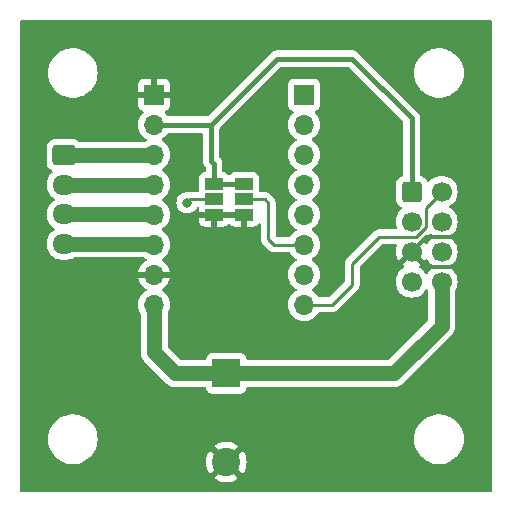
<source format=gbr>
%TF.GenerationSoftware,KiCad,Pcbnew,8.0.8*%
%TF.CreationDate,2025-02-17T18:22:25+00:00*%
%TF.ProjectId,tmc2208-adapter,746d6332-3230-4382-9d61-646170746572,rev?*%
%TF.SameCoordinates,Original*%
%TF.FileFunction,Copper,L1,Top*%
%TF.FilePolarity,Positive*%
%FSLAX46Y46*%
G04 Gerber Fmt 4.6, Leading zero omitted, Abs format (unit mm)*
G04 Created by KiCad (PCBNEW 8.0.8) date 2025-02-17 18:22:25*
%MOMM*%
%LPD*%
G01*
G04 APERTURE LIST*
G04 Aperture macros list*
%AMRoundRect*
0 Rectangle with rounded corners*
0 $1 Rounding radius*
0 $2 $3 $4 $5 $6 $7 $8 $9 X,Y pos of 4 corners*
0 Add a 4 corners polygon primitive as box body*
4,1,4,$2,$3,$4,$5,$6,$7,$8,$9,$2,$3,0*
0 Add four circle primitives for the rounded corners*
1,1,$1+$1,$2,$3*
1,1,$1+$1,$4,$5*
1,1,$1+$1,$6,$7*
1,1,$1+$1,$8,$9*
0 Add four rect primitives between the rounded corners*
20,1,$1+$1,$2,$3,$4,$5,0*
20,1,$1+$1,$4,$5,$6,$7,0*
20,1,$1+$1,$6,$7,$8,$9,0*
20,1,$1+$1,$8,$9,$2,$3,0*%
G04 Aperture macros list end*
%TA.AperFunction,SMDPad,CuDef*%
%ADD10R,1.500000X1.000000*%
%TD*%
%TA.AperFunction,ComponentPad*%
%ADD11RoundRect,0.250000X-0.725000X0.600000X-0.725000X-0.600000X0.725000X-0.600000X0.725000X0.600000X0*%
%TD*%
%TA.AperFunction,ComponentPad*%
%ADD12O,1.950000X1.700000*%
%TD*%
%TA.AperFunction,ComponentPad*%
%ADD13C,1.700000*%
%TD*%
%TA.AperFunction,ComponentPad*%
%ADD14RoundRect,0.250000X-0.600000X-0.600000X0.600000X-0.600000X0.600000X0.600000X-0.600000X0.600000X0*%
%TD*%
%TA.AperFunction,ComponentPad*%
%ADD15R,1.700000X1.700000*%
%TD*%
%TA.AperFunction,ComponentPad*%
%ADD16O,1.700000X1.700000*%
%TD*%
%TA.AperFunction,ComponentPad*%
%ADD17R,2.400000X2.400000*%
%TD*%
%TA.AperFunction,ComponentPad*%
%ADD18C,2.400000*%
%TD*%
%TA.AperFunction,ViaPad*%
%ADD19C,0.800000*%
%TD*%
%TA.AperFunction,Conductor*%
%ADD20C,0.304800*%
%TD*%
%TA.AperFunction,Conductor*%
%ADD21C,1.270000*%
%TD*%
%TA.AperFunction,Conductor*%
%ADD22C,0.254000*%
%TD*%
%TA.AperFunction,Conductor*%
%ADD23C,0.406400*%
%TD*%
G04 APERTURE END LIST*
D10*
%TO.P,JP2,1,A*%
%TO.N,+3V3*%
X211960000Y-89400000D03*
%TO.P,JP2,2,C*%
%TO.N,MS1*%
X211960000Y-90700000D03*
%TO.P,JP2,3,B*%
%TO.N,GND*%
X211960000Y-92000000D03*
%TD*%
%TO.P,JP1,1,A*%
%TO.N,+3V3*%
X214500000Y-89400000D03*
%TO.P,JP1,2,C*%
%TO.N,MS2*%
X214500000Y-90700000D03*
%TO.P,JP1,3,B*%
%TO.N,GND*%
X214500000Y-92000000D03*
%TD*%
D11*
%TO.P,J4,1,Pin_1*%
%TO.N,M2B*%
X199260000Y-86960000D03*
D12*
%TO.P,J4,2,Pin_2*%
%TO.N,M2A*%
X199260000Y-89460000D03*
%TO.P,J4,3,Pin_3*%
%TO.N,M1A*%
X199260000Y-91960000D03*
%TO.P,J4,4,Pin_4*%
%TO.N,M1B*%
X199260000Y-94460000D03*
%TD*%
D13*
%TO.P,J3,8,Pin_8*%
%TO.N,VCC*%
X231230000Y-97668000D03*
%TO.P,J3,7,Pin_7*%
%TO.N,MS1*%
X228690000Y-97668000D03*
%TO.P,J3,6,Pin_6*%
%TO.N,MS2*%
X231230000Y-95128000D03*
%TO.P,J3,5,Pin_5*%
%TO.N,GND*%
X228690000Y-95128000D03*
%TO.P,J3,4,Pin_4*%
%TO.N,STEP*%
X231230000Y-92588000D03*
%TO.P,J3,3,Pin_3*%
%TO.N,DIR*%
X228690000Y-92588000D03*
%TO.P,J3,2,Pin_2*%
%TO.N,EN*%
X231230000Y-90048000D03*
D14*
%TO.P,J3,1,Pin_1*%
%TO.N,+3V3*%
X228690000Y-90048000D03*
%TD*%
D15*
%TO.P,J2,1,Pin_1*%
%TO.N,DIR*%
X219580000Y-81840000D03*
D16*
%TO.P,J2,2,Pin_2*%
%TO.N,STEP*%
X219580000Y-84380000D03*
%TO.P,J2,3,Pin_3*%
%TO.N,CLK*%
X219580000Y-86920000D03*
%TO.P,J2,4,Pin_4*%
%TO.N,PDN*%
X219580000Y-89460000D03*
%TO.P,J2,5,Pin_5*%
%TO.N,UART*%
X219580000Y-92000000D03*
%TO.P,J2,6,Pin_6*%
%TO.N,MS2*%
X219580000Y-94540000D03*
%TO.P,J2,7,Pin_7*%
%TO.N,MS1*%
X219580000Y-97080000D03*
%TO.P,J2,8,Pin_8*%
%TO.N,EN*%
X219580000Y-99620000D03*
%TD*%
D15*
%TO.P,J1,1,Pin_1*%
%TO.N,GND*%
X206880000Y-81840000D03*
D16*
%TO.P,J1,2,Pin_2*%
%TO.N,+3V3*%
X206880000Y-84380000D03*
%TO.P,J1,3,Pin_3*%
%TO.N,M2B*%
X206880000Y-86920000D03*
%TO.P,J1,4,Pin_4*%
%TO.N,M2A*%
X206880000Y-89460000D03*
%TO.P,J1,5,Pin_5*%
%TO.N,M1A*%
X206880000Y-92000000D03*
%TO.P,J1,6,Pin_6*%
%TO.N,M1B*%
X206880000Y-94540000D03*
%TO.P,J1,7,Pin_7*%
%TO.N,GND*%
X206880000Y-97080000D03*
%TO.P,J1,8,Pin_8*%
%TO.N,VCC*%
X206880000Y-99620000D03*
%TD*%
D17*
%TO.P,C1,1*%
%TO.N,VCC*%
X213000000Y-105434785D03*
D18*
%TO.P,C1,2*%
%TO.N,GND*%
X213000000Y-112934785D03*
%TD*%
D19*
%TO.N,GND*%
X226623000Y-95193000D03*
X234000000Y-77000000D03*
X234000000Y-114000000D03*
X197000000Y-114000000D03*
X197000000Y-83000000D03*
X211000000Y-82000000D03*
X223000000Y-101000000D03*
X227000000Y-108000000D03*
X222000000Y-108000000D03*
X203000000Y-83000000D03*
X215000000Y-95000000D03*
X212000000Y-95000000D03*
X233000000Y-107000000D03*
X226000000Y-113000000D03*
X221000000Y-113000000D03*
X204000000Y-113000000D03*
X203000000Y-106000000D03*
X198000000Y-106000000D03*
X203000000Y-100000000D03*
X198000000Y-100000000D03*
X216000000Y-100000000D03*
X211000000Y-100000000D03*
X228000000Y-100000000D03*
X231000000Y-87000000D03*
X223000000Y-92000000D03*
X223000000Y-87000000D03*
X217000000Y-88000000D03*
X217000000Y-85000000D03*
X213000000Y-85000000D03*
X234000000Y-83000000D03*
X229000000Y-77000000D03*
X222000000Y-77000000D03*
X215000000Y-77000000D03*
X209000000Y-77000000D03*
X203000000Y-77000000D03*
X197000000Y-77000000D03*
%TO.N,MS1*%
X209674000Y-90984000D03*
%TD*%
D20*
%TO.N,GND*%
X232838800Y-93925600D02*
X232855600Y-93908800D01*
X229892400Y-93925600D02*
X232838800Y-93925600D01*
X228690000Y-95128000D02*
X229892400Y-93925600D01*
X232737200Y-96465600D02*
X232754000Y-96448800D01*
X230027600Y-96465600D02*
X232737200Y-96465600D01*
X228690000Y-95128000D02*
X230027600Y-96465600D01*
D21*
%TO.N,VCC*%
X213000000Y-105434785D02*
X227178215Y-105434785D01*
X227178215Y-105434785D02*
X231230000Y-101383000D01*
X231230000Y-101383000D02*
X231230000Y-97668000D01*
X206880000Y-99620000D02*
X206880000Y-103629000D01*
X206880000Y-103629000D02*
X208685785Y-105434785D01*
X208685785Y-105434785D02*
X213000000Y-105434785D01*
D22*
%TO.N,EN*%
X231230000Y-90048000D02*
X229867000Y-91411000D01*
X229867000Y-93075530D02*
X229089530Y-93853000D01*
X229089530Y-93853000D02*
X225933000Y-93853000D01*
X225933000Y-93853000D02*
X223647000Y-96139000D01*
X229867000Y-91411000D02*
X229867000Y-93075530D01*
X223647000Y-96139000D02*
X223647000Y-97917000D01*
X223647000Y-97917000D02*
X221944000Y-99620000D01*
X221944000Y-99620000D02*
X219580000Y-99620000D01*
D23*
%TO.N,+3V3*%
X223644000Y-78792000D02*
X228690000Y-83838000D01*
X228690000Y-83838000D02*
X228690000Y-90048000D01*
X211706000Y-87428000D02*
X211960000Y-87682000D01*
X211960000Y-87682000D02*
X211960000Y-89400000D01*
X211706000Y-84380000D02*
X211706000Y-87428000D01*
X214500000Y-89400000D02*
X211960000Y-89400000D01*
X206880000Y-84380000D02*
X211706000Y-84380000D01*
X211706000Y-84380000D02*
X217294000Y-78792000D01*
X217294000Y-78792000D02*
X223644000Y-78792000D01*
D22*
%TO.N,MS1*%
X211960000Y-90700000D02*
X209958000Y-90700000D01*
X209958000Y-90700000D02*
X209674000Y-90984000D01*
%TO.N,MS2*%
X216532000Y-90984000D02*
X216532000Y-94032000D01*
X214500000Y-90700000D02*
X216248000Y-90700000D01*
X216532000Y-94032000D02*
X217040000Y-94540000D01*
X216248000Y-90700000D02*
X216532000Y-90984000D01*
X217040000Y-94540000D02*
X219580000Y-94540000D01*
D21*
%TO.N,M1B*%
X199260000Y-94460000D02*
X206800000Y-94460000D01*
X206800000Y-94460000D02*
X206880000Y-94540000D01*
%TO.N,M1A*%
X199260000Y-91960000D02*
X206840000Y-91960000D01*
X206840000Y-91960000D02*
X206880000Y-92000000D01*
%TO.N,M2A*%
X199260000Y-89460000D02*
X206880000Y-89460000D01*
%TO.N,M2B*%
X199260000Y-86960000D02*
X206840000Y-86960000D01*
X206840000Y-86960000D02*
X206880000Y-86920000D01*
%TD*%
%TA.AperFunction,Conductor*%
%TO.N,GND*%
G36*
X210945339Y-85103385D02*
G01*
X210991094Y-85156189D01*
X211002300Y-85207700D01*
X211002300Y-87353556D01*
X211002299Y-87353582D01*
X211002299Y-87497308D01*
X211014329Y-87557781D01*
X211014329Y-87557784D01*
X211029341Y-87633254D01*
X211029344Y-87633266D01*
X211082386Y-87761323D01*
X211102483Y-87791401D01*
X211159400Y-87876583D01*
X211219982Y-87937165D01*
X211253466Y-87998486D01*
X211256300Y-88024845D01*
X211256300Y-88277992D01*
X211236615Y-88345031D01*
X211183811Y-88390786D01*
X211145555Y-88401282D01*
X211102516Y-88405909D01*
X210967671Y-88456202D01*
X210967664Y-88456206D01*
X210852455Y-88542452D01*
X210852452Y-88542455D01*
X210766206Y-88657664D01*
X210766202Y-88657671D01*
X210715908Y-88792517D01*
X210709501Y-88852116D01*
X210709501Y-88852123D01*
X210709500Y-88852135D01*
X210709501Y-89948500D01*
X210689816Y-90015539D01*
X210637013Y-90061294D01*
X210585501Y-90072500D01*
X210019804Y-90072500D01*
X209896197Y-90072500D01*
X209857554Y-90080185D01*
X209828589Y-90085947D01*
X209778621Y-90085620D01*
X209768646Y-90083500D01*
X209579354Y-90083500D01*
X209567842Y-90085947D01*
X209394197Y-90122855D01*
X209394192Y-90122857D01*
X209221270Y-90199848D01*
X209221265Y-90199851D01*
X209068129Y-90311111D01*
X208941466Y-90451785D01*
X208846821Y-90615715D01*
X208846818Y-90615722D01*
X208794417Y-90776998D01*
X208788326Y-90795744D01*
X208768540Y-90984000D01*
X208788326Y-91172256D01*
X208788327Y-91172259D01*
X208846818Y-91352277D01*
X208846821Y-91352284D01*
X208941467Y-91516216D01*
X209056341Y-91643796D01*
X209068129Y-91656888D01*
X209221265Y-91768148D01*
X209221270Y-91768151D01*
X209394192Y-91845142D01*
X209394197Y-91845144D01*
X209579354Y-91884500D01*
X209579355Y-91884500D01*
X209768644Y-91884500D01*
X209768646Y-91884500D01*
X209953803Y-91845144D01*
X210126730Y-91768151D01*
X210279871Y-91656888D01*
X210406533Y-91516216D01*
X210478613Y-91391368D01*
X210529179Y-91343154D01*
X210597786Y-91329930D01*
X210662651Y-91355898D01*
X210703180Y-91412812D01*
X210710000Y-91453369D01*
X210710000Y-91750000D01*
X214376000Y-91750000D01*
X214443039Y-91769685D01*
X214488794Y-91822489D01*
X214500000Y-91874000D01*
X214500000Y-92000000D01*
X214626000Y-92000000D01*
X214693039Y-92019685D01*
X214738794Y-92072489D01*
X214750000Y-92124000D01*
X214750000Y-93000000D01*
X215297828Y-93000000D01*
X215297844Y-92999999D01*
X215357372Y-92993598D01*
X215357379Y-92993596D01*
X215492086Y-92943354D01*
X215492093Y-92943350D01*
X215607186Y-92857190D01*
X215681233Y-92758278D01*
X215737167Y-92716407D01*
X215806859Y-92711423D01*
X215868182Y-92744908D01*
X215901666Y-92806232D01*
X215904500Y-92832589D01*
X215904500Y-94093807D01*
X215928612Y-94215027D01*
X215928614Y-94215035D01*
X215962062Y-94295785D01*
X215975915Y-94329229D01*
X215975920Y-94329239D01*
X216029271Y-94409083D01*
X216029272Y-94409084D01*
X216044590Y-94432010D01*
X216044591Y-94432011D01*
X216552589Y-94940008D01*
X216639992Y-95027411D01*
X216721458Y-95081845D01*
X216731968Y-95088867D01*
X216742759Y-95096078D01*
X216742761Y-95096079D01*
X216742767Y-95096083D01*
X216742773Y-95096085D01*
X216742774Y-95096086D01*
X216819822Y-95128000D01*
X216856965Y-95143385D01*
X216856969Y-95143385D01*
X216856970Y-95143386D01*
X216978193Y-95167500D01*
X216978196Y-95167500D01*
X216978197Y-95167500D01*
X218306173Y-95167500D01*
X218373212Y-95187185D01*
X218407747Y-95220375D01*
X218507896Y-95363403D01*
X218541505Y-95411401D01*
X218708597Y-95578493D01*
X218708603Y-95578498D01*
X218894158Y-95708425D01*
X218937783Y-95763002D01*
X218944977Y-95832500D01*
X218913454Y-95894855D01*
X218894158Y-95911575D01*
X218708597Y-96041505D01*
X218541505Y-96208597D01*
X218405965Y-96402169D01*
X218405964Y-96402171D01*
X218306098Y-96616335D01*
X218306094Y-96616344D01*
X218244938Y-96844586D01*
X218244936Y-96844596D01*
X218224341Y-97079999D01*
X218224341Y-97080000D01*
X218244936Y-97315403D01*
X218244938Y-97315413D01*
X218306094Y-97543655D01*
X218306096Y-97543659D01*
X218306097Y-97543663D01*
X218366295Y-97672758D01*
X218405965Y-97757830D01*
X218405967Y-97757834D01*
X218541501Y-97951395D01*
X218541506Y-97951402D01*
X218708597Y-98118493D01*
X218708603Y-98118498D01*
X218894158Y-98248425D01*
X218937783Y-98303002D01*
X218944977Y-98372500D01*
X218913454Y-98434855D01*
X218894158Y-98451575D01*
X218708597Y-98581505D01*
X218541505Y-98748597D01*
X218405965Y-98942169D01*
X218405964Y-98942171D01*
X218306098Y-99156335D01*
X218306094Y-99156344D01*
X218244938Y-99384586D01*
X218244936Y-99384596D01*
X218224341Y-99619999D01*
X218224341Y-99620000D01*
X218244936Y-99855403D01*
X218244938Y-99855413D01*
X218306094Y-100083655D01*
X218306096Y-100083659D01*
X218306097Y-100083663D01*
X218349194Y-100176084D01*
X218405965Y-100297830D01*
X218405967Y-100297834D01*
X218514281Y-100452521D01*
X218541505Y-100491401D01*
X218708599Y-100658495D01*
X218805384Y-100726265D01*
X218902165Y-100794032D01*
X218902167Y-100794033D01*
X218902170Y-100794035D01*
X219116337Y-100893903D01*
X219344592Y-100955063D01*
X219532918Y-100971539D01*
X219579999Y-100975659D01*
X219580000Y-100975659D01*
X219580001Y-100975659D01*
X219619234Y-100972226D01*
X219815408Y-100955063D01*
X220043663Y-100893903D01*
X220257830Y-100794035D01*
X220451401Y-100658495D01*
X220618495Y-100491401D01*
X220752252Y-100300375D01*
X220806829Y-100256752D01*
X220853827Y-100247500D01*
X222005804Y-100247500D01*
X222005805Y-100247499D01*
X222127035Y-100223386D01*
X222207784Y-100189937D01*
X222241233Y-100176083D01*
X222344008Y-100107411D01*
X222431411Y-100020008D01*
X224134411Y-98317008D01*
X224176488Y-98254035D01*
X224203083Y-98214233D01*
X224222676Y-98166930D01*
X224250386Y-98100034D01*
X224274500Y-97978803D01*
X224274500Y-97855197D01*
X224274500Y-96450281D01*
X224294185Y-96383242D01*
X224310819Y-96362600D01*
X226156600Y-94516819D01*
X226217923Y-94483334D01*
X226244281Y-94480500D01*
X227307733Y-94480500D01*
X227374772Y-94500185D01*
X227420527Y-94552989D01*
X227430471Y-94622147D01*
X227420115Y-94656905D01*
X227416570Y-94664507D01*
X227416566Y-94664516D01*
X227355432Y-94892673D01*
X227355430Y-94892684D01*
X227334843Y-95127998D01*
X227334843Y-95128000D01*
X227355430Y-95363315D01*
X227355432Y-95363326D01*
X227416566Y-95591483D01*
X227416570Y-95591492D01*
X227516398Y-95805576D01*
X227575073Y-95889372D01*
X228207037Y-95257408D01*
X228224075Y-95320993D01*
X228289901Y-95435007D01*
X228382993Y-95528099D01*
X228497007Y-95593925D01*
X228560591Y-95610962D01*
X227928627Y-96242925D01*
X228004595Y-96296119D01*
X228048219Y-96350696D01*
X228055412Y-96420195D01*
X228023890Y-96482549D01*
X228004595Y-96499269D01*
X227818594Y-96629508D01*
X227651505Y-96796597D01*
X227515965Y-96990169D01*
X227515964Y-96990171D01*
X227416098Y-97204335D01*
X227416094Y-97204344D01*
X227354938Y-97432586D01*
X227354936Y-97432596D01*
X227334341Y-97667999D01*
X227334341Y-97668000D01*
X227354936Y-97903403D01*
X227354938Y-97903413D01*
X227416094Y-98131655D01*
X227416096Y-98131659D01*
X227416097Y-98131663D01*
X227470544Y-98248425D01*
X227515965Y-98345830D01*
X227515967Y-98345834D01*
X227624281Y-98500521D01*
X227651505Y-98539401D01*
X227818599Y-98706495D01*
X227878727Y-98748597D01*
X228012165Y-98842032D01*
X228012167Y-98842033D01*
X228012170Y-98842035D01*
X228226337Y-98941903D01*
X228226343Y-98941904D01*
X228226344Y-98941905D01*
X228227337Y-98942171D01*
X228454592Y-99003063D01*
X228642918Y-99019539D01*
X228689999Y-99023659D01*
X228690000Y-99023659D01*
X228690001Y-99023659D01*
X228729234Y-99020226D01*
X228925408Y-99003063D01*
X229153663Y-98941903D01*
X229367830Y-98842035D01*
X229561401Y-98706495D01*
X229728495Y-98539401D01*
X229858425Y-98353842D01*
X229913002Y-98310217D01*
X229982500Y-98303023D01*
X230044855Y-98334546D01*
X230061572Y-98353838D01*
X230072074Y-98368836D01*
X230094402Y-98435040D01*
X230094500Y-98439960D01*
X230094500Y-100861298D01*
X230074815Y-100928337D01*
X230058181Y-100948979D01*
X226744195Y-104262966D01*
X226682872Y-104296451D01*
X226656514Y-104299285D01*
X214823964Y-104299285D01*
X214756925Y-104279600D01*
X214711170Y-104226796D01*
X214700674Y-104188539D01*
X214699420Y-104176875D01*
X214694091Y-104127302D01*
X214643796Y-103992454D01*
X214643793Y-103992449D01*
X214557547Y-103877240D01*
X214557544Y-103877237D01*
X214442335Y-103790991D01*
X214442328Y-103790987D01*
X214307482Y-103740693D01*
X214307483Y-103740693D01*
X214247883Y-103734286D01*
X214247881Y-103734285D01*
X214247873Y-103734285D01*
X214247864Y-103734285D01*
X211752129Y-103734285D01*
X211752123Y-103734286D01*
X211692516Y-103740693D01*
X211557671Y-103790987D01*
X211557664Y-103790991D01*
X211442455Y-103877237D01*
X211442452Y-103877240D01*
X211356206Y-103992449D01*
X211356204Y-103992454D01*
X211329191Y-104064881D01*
X211305909Y-104127302D01*
X211299500Y-104186912D01*
X211299500Y-104186921D01*
X211299326Y-104188540D01*
X211272588Y-104253091D01*
X211215195Y-104292939D01*
X211176036Y-104299285D01*
X209207486Y-104299285D01*
X209140447Y-104279600D01*
X209119805Y-104262966D01*
X208051819Y-103194980D01*
X208018334Y-103133657D01*
X208015500Y-103107299D01*
X208015500Y-100391960D01*
X208035185Y-100324921D01*
X208037914Y-100320852D01*
X208054035Y-100297830D01*
X208153903Y-100083663D01*
X208215063Y-99855408D01*
X208235659Y-99620000D01*
X208215063Y-99384592D01*
X208153903Y-99156337D01*
X208054035Y-98942171D01*
X208053848Y-98941903D01*
X207918494Y-98748597D01*
X207751402Y-98581506D01*
X207751401Y-98581505D01*
X207565405Y-98451269D01*
X207521781Y-98396692D01*
X207514588Y-98327193D01*
X207546110Y-98264839D01*
X207565405Y-98248119D01*
X207751082Y-98118105D01*
X207918105Y-97951082D01*
X208053600Y-97757578D01*
X208153429Y-97543492D01*
X208153432Y-97543486D01*
X208210636Y-97330000D01*
X207313012Y-97330000D01*
X207345925Y-97272993D01*
X207380000Y-97145826D01*
X207380000Y-97014174D01*
X207345925Y-96887007D01*
X207313012Y-96830000D01*
X208210636Y-96830000D01*
X208210635Y-96829999D01*
X208153432Y-96616513D01*
X208153429Y-96616507D01*
X208053600Y-96402422D01*
X208053599Y-96402420D01*
X207918113Y-96208926D01*
X207918108Y-96208920D01*
X207751078Y-96041890D01*
X207565405Y-95911879D01*
X207521780Y-95857302D01*
X207514588Y-95787804D01*
X207546110Y-95725449D01*
X207565406Y-95708730D01*
X207565842Y-95708425D01*
X207751401Y-95578495D01*
X207918495Y-95411401D01*
X208054035Y-95217830D01*
X208153903Y-95003663D01*
X208215063Y-94775408D01*
X208235659Y-94540000D01*
X208215063Y-94304592D01*
X208153903Y-94076337D01*
X208054035Y-93862171D01*
X208051115Y-93858000D01*
X207918494Y-93668597D01*
X207751402Y-93501506D01*
X207751396Y-93501501D01*
X207565842Y-93371575D01*
X207522217Y-93316998D01*
X207515023Y-93247500D01*
X207546546Y-93185145D01*
X207565842Y-93168425D01*
X207588026Y-93152891D01*
X207751401Y-93038495D01*
X207918495Y-92871401D01*
X208054035Y-92677830D01*
X208114649Y-92547844D01*
X210710000Y-92547844D01*
X210716401Y-92607372D01*
X210716403Y-92607379D01*
X210766645Y-92742086D01*
X210766649Y-92742093D01*
X210852809Y-92857187D01*
X210852812Y-92857190D01*
X210967906Y-92943350D01*
X210967913Y-92943354D01*
X211102620Y-92993596D01*
X211102627Y-92993598D01*
X211162155Y-92999999D01*
X211162172Y-93000000D01*
X211710000Y-93000000D01*
X212210000Y-93000000D01*
X212757828Y-93000000D01*
X212757844Y-92999999D01*
X212817372Y-92993598D01*
X212817379Y-92993596D01*
X212952086Y-92943354D01*
X212952093Y-92943350D01*
X213067187Y-92857190D01*
X213067190Y-92857187D01*
X213130734Y-92772305D01*
X213186668Y-92730434D01*
X213256359Y-92725450D01*
X213317682Y-92758936D01*
X213329266Y-92772305D01*
X213392809Y-92857187D01*
X213392812Y-92857190D01*
X213507906Y-92943350D01*
X213507913Y-92943354D01*
X213642620Y-92993596D01*
X213642627Y-92993598D01*
X213702155Y-92999999D01*
X213702172Y-93000000D01*
X214250000Y-93000000D01*
X214250000Y-92250000D01*
X212210000Y-92250000D01*
X212210000Y-93000000D01*
X211710000Y-93000000D01*
X211710000Y-92250000D01*
X210710000Y-92250000D01*
X210710000Y-92547844D01*
X208114649Y-92547844D01*
X208153903Y-92463663D01*
X208215063Y-92235408D01*
X208235659Y-92000000D01*
X208215063Y-91764592D01*
X208153903Y-91536337D01*
X208054035Y-91322171D01*
X208051115Y-91318000D01*
X207918494Y-91128597D01*
X207751402Y-90961506D01*
X207751396Y-90961501D01*
X207565842Y-90831575D01*
X207522217Y-90776998D01*
X207515023Y-90707500D01*
X207546546Y-90645145D01*
X207565842Y-90628425D01*
X207629299Y-90583992D01*
X207751401Y-90498495D01*
X207918495Y-90331401D01*
X208054035Y-90137830D01*
X208153903Y-89923663D01*
X208215063Y-89695408D01*
X208235659Y-89460000D01*
X208215063Y-89224592D01*
X208153903Y-88996337D01*
X208054035Y-88782171D01*
X208048383Y-88774098D01*
X207918494Y-88588597D01*
X207751402Y-88421506D01*
X207751396Y-88421501D01*
X207565842Y-88291575D01*
X207522217Y-88236998D01*
X207515023Y-88167500D01*
X207546546Y-88105145D01*
X207565842Y-88088425D01*
X207694288Y-87998486D01*
X207751401Y-87958495D01*
X207918495Y-87791401D01*
X208054035Y-87597830D01*
X208153903Y-87383663D01*
X208215063Y-87155408D01*
X208235659Y-86920000D01*
X208215063Y-86684592D01*
X208153903Y-86456337D01*
X208054035Y-86242171D01*
X208029551Y-86207203D01*
X207918494Y-86048597D01*
X207751402Y-85881506D01*
X207751396Y-85881501D01*
X207565842Y-85751575D01*
X207522217Y-85696998D01*
X207515023Y-85627500D01*
X207546546Y-85565145D01*
X207565842Y-85548425D01*
X207588026Y-85532891D01*
X207751401Y-85418495D01*
X207918495Y-85251401D01*
X207978944Y-85165070D01*
X207998897Y-85136576D01*
X208053474Y-85092951D01*
X208100471Y-85083700D01*
X210878300Y-85083700D01*
X210945339Y-85103385D01*
G37*
%TD.AperFunction*%
%TA.AperFunction,Conductor*%
G36*
X223368195Y-79515385D02*
G01*
X223388837Y-79532019D01*
X227949981Y-84093163D01*
X227983466Y-84154486D01*
X227986300Y-84180844D01*
X227986300Y-88602191D01*
X227966615Y-88669230D01*
X227913811Y-88714985D01*
X227901307Y-88719895D01*
X227848722Y-88737320D01*
X227770668Y-88763185D01*
X227770663Y-88763187D01*
X227621342Y-88855289D01*
X227497289Y-88979342D01*
X227405187Y-89128663D01*
X227405185Y-89128668D01*
X227388701Y-89178414D01*
X227350001Y-89295203D01*
X227350001Y-89295204D01*
X227350000Y-89295204D01*
X227339500Y-89397983D01*
X227339500Y-90698001D01*
X227339501Y-90698018D01*
X227350000Y-90800796D01*
X227350001Y-90800799D01*
X227405185Y-90967331D01*
X227405187Y-90967336D01*
X227440069Y-91023888D01*
X227497288Y-91116656D01*
X227621344Y-91240712D01*
X227770666Y-91332814D01*
X227779264Y-91335663D01*
X227836707Y-91375433D01*
X227863531Y-91439948D01*
X227851217Y-91508724D01*
X227822234Y-91545483D01*
X227822427Y-91545676D01*
X227820798Y-91547304D01*
X227819975Y-91548349D01*
X227818599Y-91549503D01*
X227651505Y-91716597D01*
X227515965Y-91910169D01*
X227515964Y-91910171D01*
X227416098Y-92124335D01*
X227416094Y-92124344D01*
X227354938Y-92352586D01*
X227354936Y-92352596D01*
X227334341Y-92587999D01*
X227334341Y-92588000D01*
X227354936Y-92823403D01*
X227354938Y-92823413D01*
X227416094Y-93051655D01*
X227417947Y-93056744D01*
X227416158Y-93057395D01*
X227425394Y-93118160D01*
X227396881Y-93181947D01*
X227338408Y-93220192D01*
X227302518Y-93225500D01*
X225871195Y-93225500D01*
X225749970Y-93249613D01*
X225749960Y-93249616D01*
X225635773Y-93296913D01*
X225635761Y-93296920D01*
X225552641Y-93352460D01*
X225552640Y-93352461D01*
X225532989Y-93365590D01*
X225532988Y-93365591D01*
X223816737Y-95081844D01*
X223246992Y-95651589D01*
X223203289Y-95695292D01*
X223159586Y-95738994D01*
X223159585Y-95738996D01*
X223090233Y-95842789D01*
X223088586Y-95847393D01*
X223043614Y-95955964D01*
X223043612Y-95955972D01*
X223019500Y-96077192D01*
X223019500Y-97605719D01*
X222999815Y-97672758D01*
X222983181Y-97693400D01*
X221720400Y-98956181D01*
X221659077Y-98989666D01*
X221632719Y-98992500D01*
X220853826Y-98992500D01*
X220786787Y-98972815D01*
X220752251Y-98939623D01*
X220618494Y-98748597D01*
X220451402Y-98581506D01*
X220451396Y-98581501D01*
X220265842Y-98451575D01*
X220222217Y-98396998D01*
X220215023Y-98327500D01*
X220246546Y-98265145D01*
X220265842Y-98248425D01*
X220314673Y-98214233D01*
X220451401Y-98118495D01*
X220618495Y-97951401D01*
X220754035Y-97757830D01*
X220853903Y-97543663D01*
X220915063Y-97315408D01*
X220935659Y-97080000D01*
X220915063Y-96844592D01*
X220853903Y-96616337D01*
X220754035Y-96402171D01*
X220751115Y-96398000D01*
X220618494Y-96208597D01*
X220451402Y-96041506D01*
X220451396Y-96041501D01*
X220265842Y-95911575D01*
X220222217Y-95856998D01*
X220215023Y-95787500D01*
X220246546Y-95725145D01*
X220265842Y-95708425D01*
X220288026Y-95692891D01*
X220451401Y-95578495D01*
X220618495Y-95411401D01*
X220754035Y-95217830D01*
X220853903Y-95003663D01*
X220915063Y-94775408D01*
X220935659Y-94540000D01*
X220915063Y-94304592D01*
X220853903Y-94076337D01*
X220754035Y-93862171D01*
X220751115Y-93858000D01*
X220618494Y-93668597D01*
X220451402Y-93501506D01*
X220451396Y-93501501D01*
X220265842Y-93371575D01*
X220222217Y-93316998D01*
X220215023Y-93247500D01*
X220246546Y-93185145D01*
X220265842Y-93168425D01*
X220288026Y-93152891D01*
X220451401Y-93038495D01*
X220618495Y-92871401D01*
X220754035Y-92677830D01*
X220853903Y-92463663D01*
X220915063Y-92235408D01*
X220935659Y-92000000D01*
X220915063Y-91764592D01*
X220853903Y-91536337D01*
X220754035Y-91322171D01*
X220751115Y-91318000D01*
X220618494Y-91128597D01*
X220451402Y-90961506D01*
X220451396Y-90961501D01*
X220265842Y-90831575D01*
X220222217Y-90776998D01*
X220215023Y-90707500D01*
X220246546Y-90645145D01*
X220265842Y-90628425D01*
X220329299Y-90583992D01*
X220451401Y-90498495D01*
X220618495Y-90331401D01*
X220754035Y-90137830D01*
X220853903Y-89923663D01*
X220915063Y-89695408D01*
X220935659Y-89460000D01*
X220915063Y-89224592D01*
X220853903Y-88996337D01*
X220754035Y-88782171D01*
X220748383Y-88774098D01*
X220618494Y-88588597D01*
X220451402Y-88421506D01*
X220451396Y-88421501D01*
X220265842Y-88291575D01*
X220222217Y-88236998D01*
X220215023Y-88167500D01*
X220246546Y-88105145D01*
X220265842Y-88088425D01*
X220394288Y-87998486D01*
X220451401Y-87958495D01*
X220618495Y-87791401D01*
X220754035Y-87597830D01*
X220853903Y-87383663D01*
X220915063Y-87155408D01*
X220935659Y-86920000D01*
X220915063Y-86684592D01*
X220853903Y-86456337D01*
X220754035Y-86242171D01*
X220729551Y-86207203D01*
X220618494Y-86048597D01*
X220451402Y-85881506D01*
X220451396Y-85881501D01*
X220265842Y-85751575D01*
X220222217Y-85696998D01*
X220215023Y-85627500D01*
X220246546Y-85565145D01*
X220265842Y-85548425D01*
X220288026Y-85532891D01*
X220451401Y-85418495D01*
X220618495Y-85251401D01*
X220754035Y-85057830D01*
X220853903Y-84843663D01*
X220915063Y-84615408D01*
X220935659Y-84380000D01*
X220915063Y-84144592D01*
X220853903Y-83916337D01*
X220754035Y-83702171D01*
X220722136Y-83656615D01*
X220618496Y-83508600D01*
X220614569Y-83504673D01*
X220496567Y-83386671D01*
X220463084Y-83325351D01*
X220468068Y-83255659D01*
X220509939Y-83199725D01*
X220540915Y-83182810D01*
X220672331Y-83133796D01*
X220787546Y-83047546D01*
X220873796Y-82932331D01*
X220924091Y-82797483D01*
X220930500Y-82737873D01*
X220930499Y-80942128D01*
X220924091Y-80882517D01*
X220873884Y-80747906D01*
X220873797Y-80747671D01*
X220873793Y-80747664D01*
X220787547Y-80632455D01*
X220787544Y-80632452D01*
X220672335Y-80546206D01*
X220672328Y-80546202D01*
X220537482Y-80495908D01*
X220537483Y-80495908D01*
X220477883Y-80489501D01*
X220477881Y-80489500D01*
X220477873Y-80489500D01*
X220477864Y-80489500D01*
X218682129Y-80489500D01*
X218682123Y-80489501D01*
X218622516Y-80495908D01*
X218487671Y-80546202D01*
X218487664Y-80546206D01*
X218372455Y-80632452D01*
X218372452Y-80632455D01*
X218286206Y-80747664D01*
X218286202Y-80747671D01*
X218235908Y-80882517D01*
X218229501Y-80942116D01*
X218229501Y-80942123D01*
X218229500Y-80942135D01*
X218229500Y-82737870D01*
X218229501Y-82737876D01*
X218235908Y-82797483D01*
X218286202Y-82932328D01*
X218286206Y-82932335D01*
X218372452Y-83047544D01*
X218372455Y-83047547D01*
X218487664Y-83133793D01*
X218487671Y-83133797D01*
X218619081Y-83182810D01*
X218675015Y-83224681D01*
X218699432Y-83290145D01*
X218684580Y-83358418D01*
X218663430Y-83386673D01*
X218541503Y-83508600D01*
X218405965Y-83702169D01*
X218405964Y-83702171D01*
X218306098Y-83916335D01*
X218306094Y-83916344D01*
X218244938Y-84144586D01*
X218244936Y-84144596D01*
X218224341Y-84379999D01*
X218224341Y-84380000D01*
X218244936Y-84615403D01*
X218244938Y-84615413D01*
X218306094Y-84843655D01*
X218306096Y-84843659D01*
X218306097Y-84843663D01*
X218405965Y-85057830D01*
X218405967Y-85057834D01*
X218541501Y-85251395D01*
X218541506Y-85251402D01*
X218708597Y-85418493D01*
X218708603Y-85418498D01*
X218894158Y-85548425D01*
X218937783Y-85603002D01*
X218944977Y-85672500D01*
X218913454Y-85734855D01*
X218894158Y-85751575D01*
X218708597Y-85881505D01*
X218541505Y-86048597D01*
X218405965Y-86242169D01*
X218405964Y-86242171D01*
X218306098Y-86456335D01*
X218306094Y-86456344D01*
X218244938Y-86684586D01*
X218244936Y-86684596D01*
X218224341Y-86919999D01*
X218224341Y-86920000D01*
X218244936Y-87155403D01*
X218244938Y-87155413D01*
X218306094Y-87383655D01*
X218306096Y-87383659D01*
X218306097Y-87383663D01*
X218349499Y-87476738D01*
X218405965Y-87597830D01*
X218405967Y-87597834D01*
X218541501Y-87791395D01*
X218541506Y-87791402D01*
X218708597Y-87958493D01*
X218708603Y-87958498D01*
X218894158Y-88088425D01*
X218937783Y-88143002D01*
X218944977Y-88212500D01*
X218913454Y-88274855D01*
X218894158Y-88291575D01*
X218708597Y-88421505D01*
X218541505Y-88588597D01*
X218405965Y-88782169D01*
X218405964Y-88782171D01*
X218306098Y-88996335D01*
X218306094Y-88996344D01*
X218244938Y-89224586D01*
X218244936Y-89224596D01*
X218224341Y-89459999D01*
X218224341Y-89460000D01*
X218244936Y-89695403D01*
X218244938Y-89695413D01*
X218306094Y-89923655D01*
X218306096Y-89923659D01*
X218306097Y-89923663D01*
X218398983Y-90122857D01*
X218405965Y-90137830D01*
X218405967Y-90137834D01*
X218458313Y-90212591D01*
X218527298Y-90311112D01*
X218541501Y-90331395D01*
X218541506Y-90331402D01*
X218708597Y-90498493D01*
X218708603Y-90498498D01*
X218894158Y-90628425D01*
X218937783Y-90683002D01*
X218944977Y-90752500D01*
X218913454Y-90814855D01*
X218894158Y-90831575D01*
X218708597Y-90961505D01*
X218541505Y-91128597D01*
X218405965Y-91322169D01*
X218405964Y-91322171D01*
X218306098Y-91536335D01*
X218306094Y-91536344D01*
X218244938Y-91764586D01*
X218244936Y-91764596D01*
X218224341Y-91999999D01*
X218224341Y-92000000D01*
X218244936Y-92235403D01*
X218244938Y-92235413D01*
X218306094Y-92463655D01*
X218306096Y-92463659D01*
X218306097Y-92463663D01*
X218373110Y-92607372D01*
X218405965Y-92677830D01*
X218405967Y-92677834D01*
X218541501Y-92871395D01*
X218541506Y-92871402D01*
X218708597Y-93038493D01*
X218708603Y-93038498D01*
X218894158Y-93168425D01*
X218937783Y-93223002D01*
X218944977Y-93292500D01*
X218913454Y-93354855D01*
X218894158Y-93371575D01*
X218708597Y-93501505D01*
X218541505Y-93668597D01*
X218407749Y-93859623D01*
X218353172Y-93903248D01*
X218306174Y-93912500D01*
X217351281Y-93912500D01*
X217284242Y-93892815D01*
X217263600Y-93876181D01*
X217195819Y-93808400D01*
X217162334Y-93747077D01*
X217159500Y-93720719D01*
X217159500Y-90922195D01*
X217154146Y-90895285D01*
X217146117Y-90854917D01*
X217135386Y-90800966D01*
X217107906Y-90734625D01*
X217097061Y-90708442D01*
X217097060Y-90708440D01*
X217088083Y-90686768D01*
X217088083Y-90686767D01*
X217049100Y-90628425D01*
X217019414Y-90583996D01*
X217019413Y-90583994D01*
X217019411Y-90583992D01*
X216932008Y-90496589D01*
X216887203Y-90451784D01*
X216648011Y-90212591D01*
X216648006Y-90212587D01*
X216603336Y-90182740D01*
X216581000Y-90167816D01*
X216545233Y-90143917D01*
X216545232Y-90143916D01*
X216545230Y-90143915D01*
X216545228Y-90143914D01*
X216494388Y-90122856D01*
X216431035Y-90096614D01*
X216431027Y-90096612D01*
X216309807Y-90072500D01*
X216309803Y-90072500D01*
X215874500Y-90072500D01*
X215807461Y-90052815D01*
X215761706Y-90000011D01*
X215750500Y-89948500D01*
X215750499Y-88852129D01*
X215750498Y-88852123D01*
X215750497Y-88852116D01*
X215744091Y-88792517D01*
X215740232Y-88782171D01*
X215693797Y-88657671D01*
X215693793Y-88657664D01*
X215607547Y-88542455D01*
X215607544Y-88542452D01*
X215492335Y-88456206D01*
X215492328Y-88456202D01*
X215357482Y-88405908D01*
X215357483Y-88405908D01*
X215297883Y-88399501D01*
X215297881Y-88399500D01*
X215297873Y-88399500D01*
X215297864Y-88399500D01*
X213702129Y-88399500D01*
X213702123Y-88399501D01*
X213642516Y-88405908D01*
X213507671Y-88456202D01*
X213507664Y-88456206D01*
X213392455Y-88542452D01*
X213392452Y-88542455D01*
X213329266Y-88626861D01*
X213273332Y-88668732D01*
X213203641Y-88673716D01*
X213142318Y-88640230D01*
X213130734Y-88626861D01*
X213067547Y-88542455D01*
X213067544Y-88542452D01*
X212952335Y-88456206D01*
X212952328Y-88456202D01*
X212817483Y-88405908D01*
X212774443Y-88401281D01*
X212709893Y-88374542D01*
X212670045Y-88317150D01*
X212663700Y-88277992D01*
X212663700Y-87612696D01*
X212663699Y-87612688D01*
X212663165Y-87610003D01*
X212663164Y-87610001D01*
X212636657Y-87476738D01*
X212598105Y-87383664D01*
X212583613Y-87348676D01*
X212506598Y-87233414D01*
X212446019Y-87172835D01*
X212412534Y-87111512D01*
X212409700Y-87085154D01*
X212409700Y-84722844D01*
X212429385Y-84655805D01*
X212446019Y-84635163D01*
X217549163Y-79532019D01*
X217610486Y-79498534D01*
X217636844Y-79495700D01*
X223301156Y-79495700D01*
X223368195Y-79515385D01*
G37*
%TD.AperFunction*%
%TA.AperFunction,Conductor*%
G36*
X229804925Y-95889371D02*
G01*
X229858120Y-95813404D01*
X229912697Y-95769780D01*
X229982196Y-95762588D01*
X230044550Y-95794111D01*
X230061268Y-95813404D01*
X230191505Y-95999401D01*
X230191506Y-95999402D01*
X230358597Y-96166493D01*
X230358603Y-96166498D01*
X230544158Y-96296425D01*
X230587783Y-96351002D01*
X230594977Y-96420500D01*
X230563454Y-96482855D01*
X230544158Y-96499575D01*
X230358597Y-96629505D01*
X230191505Y-96796597D01*
X230061575Y-96982158D01*
X230006998Y-97025783D01*
X229937500Y-97032977D01*
X229875145Y-97001454D01*
X229858425Y-96982158D01*
X229728494Y-96796597D01*
X229561402Y-96629506D01*
X229561401Y-96629505D01*
X229375405Y-96499269D01*
X229331781Y-96444692D01*
X229324588Y-96375193D01*
X229356110Y-96312839D01*
X229375404Y-96296120D01*
X229451371Y-96242925D01*
X228819408Y-95610962D01*
X228882993Y-95593925D01*
X228997007Y-95528099D01*
X229090099Y-95435007D01*
X229155925Y-95320993D01*
X229172962Y-95257408D01*
X229804925Y-95889371D01*
G37*
%TD.AperFunction*%
%TA.AperFunction,Conductor*%
G36*
X230324909Y-93607552D02*
G01*
X230353559Y-93624252D01*
X230354164Y-93623390D01*
X230544158Y-93756425D01*
X230587783Y-93811002D01*
X230594977Y-93880500D01*
X230563454Y-93942855D01*
X230544158Y-93959575D01*
X230358597Y-94089505D01*
X230191508Y-94256594D01*
X230061269Y-94442595D01*
X230006692Y-94486219D01*
X229937193Y-94493412D01*
X229874839Y-94461890D01*
X229858119Y-94442594D01*
X229725005Y-94252487D01*
X229726726Y-94251281D01*
X229702373Y-94195607D01*
X229713424Y-94126617D01*
X229737692Y-94092256D01*
X230193896Y-93636051D01*
X230255217Y-93602568D01*
X230324909Y-93607552D01*
G37*
%TD.AperFunction*%
%TA.AperFunction,Conductor*%
G36*
X235442539Y-75520185D02*
G01*
X235488294Y-75572989D01*
X235499500Y-75624500D01*
X235499500Y-115375500D01*
X235479815Y-115442539D01*
X235427011Y-115488294D01*
X235375500Y-115499500D01*
X195624500Y-115499500D01*
X195557461Y-115479815D01*
X195511706Y-115427011D01*
X195500500Y-115375500D01*
X195500500Y-111000000D01*
X197894592Y-111000000D01*
X197914201Y-111286680D01*
X197972666Y-111568034D01*
X197972667Y-111568037D01*
X198068894Y-111838793D01*
X198068893Y-111838793D01*
X198201098Y-112093935D01*
X198366812Y-112328700D01*
X198451923Y-112419831D01*
X198562947Y-112538708D01*
X198785853Y-112720055D01*
X199009065Y-112855794D01*
X199031382Y-112869365D01*
X199218237Y-112950526D01*
X199294942Y-112983844D01*
X199571642Y-113061371D01*
X199821920Y-113095771D01*
X199856321Y-113100500D01*
X199856322Y-113100500D01*
X200143679Y-113100500D01*
X200174370Y-113096281D01*
X200428358Y-113061371D01*
X200705058Y-112983844D01*
X200818013Y-112934780D01*
X211295233Y-112934780D01*
X211295233Y-112934789D01*
X211314273Y-113188864D01*
X211370968Y-113437262D01*
X211370973Y-113437279D01*
X211464058Y-113674456D01*
X211464057Y-113674456D01*
X211591457Y-113895117D01*
X211633452Y-113947778D01*
X212435387Y-113145843D01*
X212440889Y-113166376D01*
X212519881Y-113303193D01*
X212631592Y-113414904D01*
X212768409Y-113493896D01*
X212788940Y-113499397D01*
X211986813Y-114301522D01*
X212147623Y-114411160D01*
X212147624Y-114411161D01*
X212377176Y-114521706D01*
X212377174Y-114521706D01*
X212620652Y-114596809D01*
X212620658Y-114596811D01*
X212872595Y-114634784D01*
X212872604Y-114634785D01*
X213127396Y-114634785D01*
X213127404Y-114634784D01*
X213379341Y-114596811D01*
X213379347Y-114596809D01*
X213622824Y-114521706D01*
X213852381Y-114411158D01*
X214013185Y-114301522D01*
X213211059Y-113499397D01*
X213231591Y-113493896D01*
X213368408Y-113414904D01*
X213480119Y-113303193D01*
X213559111Y-113166376D01*
X213564612Y-113145845D01*
X214366545Y-113947778D01*
X214408545Y-113895112D01*
X214535941Y-113674456D01*
X214629026Y-113437279D01*
X214629031Y-113437262D01*
X214685726Y-113188864D01*
X214704767Y-112934789D01*
X214704767Y-112934780D01*
X214685726Y-112680705D01*
X214629031Y-112432307D01*
X214629026Y-112432290D01*
X214535941Y-112195113D01*
X214535942Y-112195113D01*
X214408544Y-111974456D01*
X214366545Y-111921790D01*
X213564612Y-112723724D01*
X213559111Y-112703194D01*
X213480119Y-112566377D01*
X213368408Y-112454666D01*
X213231591Y-112375674D01*
X213211058Y-112370172D01*
X214013185Y-111568046D01*
X213852377Y-111458409D01*
X213852376Y-111458408D01*
X213622823Y-111347863D01*
X213622825Y-111347863D01*
X213379347Y-111272760D01*
X213379341Y-111272758D01*
X213127404Y-111234785D01*
X212872595Y-111234785D01*
X212620658Y-111272758D01*
X212620652Y-111272760D01*
X212377175Y-111347863D01*
X212147624Y-111458408D01*
X212147616Y-111458413D01*
X211986813Y-111568046D01*
X212788940Y-112370172D01*
X212768409Y-112375674D01*
X212631592Y-112454666D01*
X212519881Y-112566377D01*
X212440889Y-112703194D01*
X212435387Y-112723725D01*
X211633453Y-111921791D01*
X211591455Y-111974455D01*
X211464058Y-112195113D01*
X211370973Y-112432290D01*
X211370968Y-112432307D01*
X211314273Y-112680705D01*
X211295233Y-112934780D01*
X200818013Y-112934780D01*
X200818015Y-112934779D01*
X200968617Y-112869365D01*
X200968620Y-112869363D01*
X200968625Y-112869361D01*
X201214147Y-112720055D01*
X201437053Y-112538708D01*
X201633189Y-112328698D01*
X201798901Y-112093936D01*
X201931104Y-111838797D01*
X202027334Y-111568032D01*
X202085798Y-111286686D01*
X202105408Y-111000000D01*
X228894592Y-111000000D01*
X228914201Y-111286680D01*
X228972666Y-111568034D01*
X228972667Y-111568037D01*
X229068894Y-111838793D01*
X229068893Y-111838793D01*
X229201098Y-112093935D01*
X229366812Y-112328700D01*
X229451923Y-112419831D01*
X229562947Y-112538708D01*
X229785853Y-112720055D01*
X230009065Y-112855794D01*
X230031382Y-112869365D01*
X230218237Y-112950526D01*
X230294942Y-112983844D01*
X230571642Y-113061371D01*
X230821920Y-113095771D01*
X230856321Y-113100500D01*
X230856322Y-113100500D01*
X231143679Y-113100500D01*
X231174370Y-113096281D01*
X231428358Y-113061371D01*
X231705058Y-112983844D01*
X231818015Y-112934779D01*
X231968617Y-112869365D01*
X231968620Y-112869363D01*
X231968625Y-112869361D01*
X232214147Y-112720055D01*
X232437053Y-112538708D01*
X232633189Y-112328698D01*
X232798901Y-112093936D01*
X232931104Y-111838797D01*
X233027334Y-111568032D01*
X233085798Y-111286686D01*
X233105408Y-111000000D01*
X233085798Y-110713314D01*
X233027334Y-110431968D01*
X232931105Y-110161206D01*
X232931106Y-110161206D01*
X232798901Y-109906064D01*
X232633187Y-109671299D01*
X232554554Y-109587105D01*
X232437053Y-109461292D01*
X232214147Y-109279945D01*
X232214146Y-109279944D01*
X231968617Y-109130634D01*
X231705063Y-109016158D01*
X231705061Y-109016157D01*
X231705058Y-109016156D01*
X231575578Y-108979877D01*
X231428364Y-108938630D01*
X231428359Y-108938629D01*
X231428358Y-108938629D01*
X231286018Y-108919064D01*
X231143679Y-108899500D01*
X231143678Y-108899500D01*
X230856322Y-108899500D01*
X230856321Y-108899500D01*
X230571642Y-108938629D01*
X230571635Y-108938630D01*
X230363861Y-108996845D01*
X230294942Y-109016156D01*
X230294939Y-109016156D01*
X230294936Y-109016158D01*
X230294935Y-109016158D01*
X230031382Y-109130634D01*
X229785853Y-109279944D01*
X229562950Y-109461289D01*
X229366812Y-109671299D01*
X229201098Y-109906064D01*
X229068894Y-110161206D01*
X228972667Y-110431962D01*
X228972666Y-110431965D01*
X228914201Y-110713319D01*
X228894592Y-111000000D01*
X202105408Y-111000000D01*
X202085798Y-110713314D01*
X202027334Y-110431968D01*
X201931105Y-110161206D01*
X201931106Y-110161206D01*
X201798901Y-109906064D01*
X201633187Y-109671299D01*
X201554554Y-109587105D01*
X201437053Y-109461292D01*
X201214147Y-109279945D01*
X201214146Y-109279944D01*
X200968617Y-109130634D01*
X200705063Y-109016158D01*
X200705061Y-109016157D01*
X200705058Y-109016156D01*
X200575578Y-108979877D01*
X200428364Y-108938630D01*
X200428359Y-108938629D01*
X200428358Y-108938629D01*
X200286018Y-108919064D01*
X200143679Y-108899500D01*
X200143678Y-108899500D01*
X199856322Y-108899500D01*
X199856321Y-108899500D01*
X199571642Y-108938629D01*
X199571635Y-108938630D01*
X199363861Y-108996845D01*
X199294942Y-109016156D01*
X199294939Y-109016156D01*
X199294936Y-109016158D01*
X199294935Y-109016158D01*
X199031382Y-109130634D01*
X198785853Y-109279944D01*
X198562950Y-109461289D01*
X198366812Y-109671299D01*
X198201098Y-109906064D01*
X198068894Y-110161206D01*
X197972667Y-110431962D01*
X197972666Y-110431965D01*
X197914201Y-110713319D01*
X197894592Y-111000000D01*
X195500500Y-111000000D01*
X195500500Y-86309983D01*
X197784500Y-86309983D01*
X197784500Y-86309996D01*
X197784501Y-87609994D01*
X197784501Y-87610018D01*
X197795000Y-87712796D01*
X197795001Y-87712799D01*
X197821048Y-87791402D01*
X197850186Y-87879334D01*
X197939937Y-88024845D01*
X197942289Y-88028657D01*
X198066344Y-88152712D01*
X198221120Y-88248178D01*
X198267845Y-88300126D01*
X198279068Y-88369088D01*
X198251224Y-88433171D01*
X198243706Y-88441398D01*
X198104889Y-88580215D01*
X197979951Y-88752179D01*
X197883444Y-88941585D01*
X197817753Y-89143760D01*
X197806205Y-89216671D01*
X197784500Y-89353713D01*
X197784500Y-89566287D01*
X197817754Y-89776243D01*
X197873520Y-89947873D01*
X197883444Y-89978414D01*
X197979951Y-90167820D01*
X198104890Y-90339786D01*
X198255209Y-90490105D01*
X198255214Y-90490109D01*
X198419793Y-90609682D01*
X198462459Y-90665011D01*
X198468438Y-90734625D01*
X198435833Y-90796420D01*
X198419793Y-90810318D01*
X198255214Y-90929890D01*
X198255209Y-90929894D01*
X198104890Y-91080213D01*
X197979951Y-91252179D01*
X197883444Y-91441585D01*
X197817753Y-91643760D01*
X197784500Y-91853713D01*
X197784500Y-92066286D01*
X197811285Y-92235403D01*
X197817754Y-92276243D01*
X197842561Y-92352592D01*
X197883444Y-92478414D01*
X197979951Y-92667820D01*
X198104890Y-92839786D01*
X198255209Y-92990105D01*
X198255214Y-92990109D01*
X198419793Y-93109682D01*
X198462459Y-93165011D01*
X198468438Y-93234625D01*
X198435833Y-93296420D01*
X198419793Y-93310318D01*
X198255214Y-93429890D01*
X198255209Y-93429894D01*
X198104890Y-93580213D01*
X197979951Y-93752179D01*
X197883444Y-93941585D01*
X197817753Y-94143760D01*
X197784500Y-94353713D01*
X197784500Y-94566286D01*
X197817622Y-94775413D01*
X197817754Y-94776243D01*
X197855558Y-94892592D01*
X197883444Y-94978414D01*
X197979951Y-95167820D01*
X198104890Y-95339786D01*
X198255213Y-95490109D01*
X198427179Y-95615048D01*
X198427181Y-95615049D01*
X198427184Y-95615051D01*
X198616588Y-95711557D01*
X198818757Y-95777246D01*
X199028713Y-95810500D01*
X199028714Y-95810500D01*
X199491286Y-95810500D01*
X199491287Y-95810500D01*
X199701243Y-95777246D01*
X199903412Y-95711557D01*
X200092816Y-95615051D01*
X200092820Y-95615047D01*
X200092824Y-95615046D01*
X200094901Y-95613774D01*
X200095843Y-95613508D01*
X200097157Y-95612839D01*
X200097290Y-95613100D01*
X200159692Y-95595500D01*
X205993787Y-95595500D01*
X206060826Y-95615185D01*
X206064910Y-95617925D01*
X206194594Y-95708730D01*
X206238219Y-95763307D01*
X206245413Y-95832805D01*
X206213890Y-95895160D01*
X206194595Y-95911880D01*
X206008922Y-96041890D01*
X206008920Y-96041891D01*
X205841891Y-96208920D01*
X205841886Y-96208926D01*
X205706400Y-96402420D01*
X205706399Y-96402422D01*
X205606570Y-96616507D01*
X205606567Y-96616513D01*
X205549364Y-96829999D01*
X205549364Y-96830000D01*
X206446988Y-96830000D01*
X206414075Y-96887007D01*
X206380000Y-97014174D01*
X206380000Y-97145826D01*
X206414075Y-97272993D01*
X206446988Y-97330000D01*
X205549364Y-97330000D01*
X205606567Y-97543486D01*
X205606570Y-97543492D01*
X205706399Y-97757578D01*
X205841894Y-97951082D01*
X206008917Y-98118105D01*
X206194595Y-98248119D01*
X206238219Y-98302696D01*
X206245412Y-98372195D01*
X206213890Y-98434549D01*
X206194595Y-98451269D01*
X206008594Y-98581508D01*
X205841505Y-98748597D01*
X205705965Y-98942169D01*
X205705964Y-98942171D01*
X205606098Y-99156335D01*
X205606094Y-99156344D01*
X205544938Y-99384586D01*
X205544936Y-99384596D01*
X205524341Y-99619999D01*
X205524341Y-99620000D01*
X205544936Y-99855403D01*
X205544938Y-99855413D01*
X205606094Y-100083655D01*
X205606096Y-100083659D01*
X205606097Y-100083663D01*
X205705965Y-100297830D01*
X205722074Y-100320836D01*
X205744402Y-100387041D01*
X205744500Y-100391960D01*
X205744500Y-103718370D01*
X205772458Y-103894894D01*
X205804158Y-103992454D01*
X205827692Y-104064885D01*
X205890698Y-104188540D01*
X205908833Y-104224132D01*
X206008553Y-104361383D01*
X206013889Y-104368728D01*
X207819674Y-106174513D01*
X207946057Y-106300896D01*
X208042454Y-106370933D01*
X208090654Y-106405953D01*
X208173493Y-106448160D01*
X208249904Y-106487094D01*
X208291587Y-106500636D01*
X208291589Y-106500638D01*
X208291590Y-106500638D01*
X208323665Y-106511060D01*
X208419888Y-106542326D01*
X208495544Y-106554308D01*
X208596415Y-106570285D01*
X208596419Y-106570285D01*
X211176036Y-106570285D01*
X211243075Y-106589970D01*
X211288830Y-106642774D01*
X211299326Y-106681031D01*
X211305909Y-106742268D01*
X211356202Y-106877113D01*
X211356206Y-106877120D01*
X211442452Y-106992329D01*
X211442455Y-106992332D01*
X211557664Y-107078578D01*
X211557671Y-107078582D01*
X211692517Y-107128876D01*
X211692516Y-107128876D01*
X211699444Y-107129620D01*
X211752127Y-107135285D01*
X214247872Y-107135284D01*
X214307483Y-107128876D01*
X214442331Y-107078581D01*
X214557546Y-106992331D01*
X214643796Y-106877116D01*
X214694091Y-106742268D01*
X214700500Y-106682658D01*
X214700500Y-106682648D01*
X214700674Y-106681030D01*
X214727412Y-106616479D01*
X214784805Y-106576631D01*
X214823964Y-106570285D01*
X227267585Y-106570285D01*
X227346039Y-106557858D01*
X227444112Y-106542326D01*
X227572408Y-106500638D01*
X227614096Y-106487094D01*
X227773347Y-106405952D01*
X227917943Y-106300896D01*
X228044326Y-106174513D01*
X228102885Y-106115954D01*
X228102898Y-106115939D01*
X232096111Y-102122729D01*
X232140319Y-102061881D01*
X232201167Y-101978132D01*
X232282309Y-101818881D01*
X232337540Y-101648897D01*
X232365500Y-101472366D01*
X232365500Y-98439960D01*
X232385185Y-98372921D01*
X232387914Y-98368852D01*
X232404035Y-98345830D01*
X232503903Y-98131663D01*
X232565063Y-97903408D01*
X232585659Y-97668000D01*
X232565063Y-97432592D01*
X232503903Y-97204337D01*
X232404035Y-96990171D01*
X232398425Y-96982158D01*
X232268494Y-96796597D01*
X232101402Y-96629506D01*
X232101396Y-96629501D01*
X231915842Y-96499575D01*
X231872217Y-96444998D01*
X231865023Y-96375500D01*
X231896546Y-96313145D01*
X231915842Y-96296425D01*
X232040803Y-96208926D01*
X232101401Y-96166495D01*
X232268495Y-95999401D01*
X232404035Y-95805830D01*
X232503903Y-95591663D01*
X232565063Y-95363408D01*
X232585659Y-95128000D01*
X232565063Y-94892592D01*
X232503903Y-94664337D01*
X232404035Y-94450171D01*
X232398731Y-94442595D01*
X232268494Y-94256597D01*
X232101402Y-94089506D01*
X232101396Y-94089501D01*
X231915842Y-93959575D01*
X231872217Y-93904998D01*
X231865023Y-93835500D01*
X231896546Y-93773145D01*
X231915842Y-93756425D01*
X232041273Y-93668597D01*
X232101401Y-93626495D01*
X232268495Y-93459401D01*
X232404035Y-93265830D01*
X232503903Y-93051663D01*
X232565063Y-92823408D01*
X232585659Y-92588000D01*
X232565063Y-92352592D01*
X232503903Y-92124337D01*
X232404035Y-91910171D01*
X232358502Y-91845142D01*
X232268494Y-91716597D01*
X232101402Y-91549506D01*
X232101396Y-91549501D01*
X231915842Y-91419575D01*
X231872217Y-91364998D01*
X231865023Y-91295500D01*
X231896546Y-91233145D01*
X231915842Y-91216425D01*
X232058325Y-91116657D01*
X232101401Y-91086495D01*
X232268495Y-90919401D01*
X232404035Y-90725830D01*
X232503903Y-90511663D01*
X232565063Y-90283408D01*
X232585659Y-90048000D01*
X232565063Y-89812592D01*
X232503903Y-89584337D01*
X232404035Y-89370171D01*
X232271527Y-89180928D01*
X232268494Y-89176597D01*
X232101402Y-89009506D01*
X232101395Y-89009501D01*
X231907834Y-88873967D01*
X231907830Y-88873965D01*
X231867777Y-88855288D01*
X231693663Y-88774097D01*
X231693659Y-88774096D01*
X231693655Y-88774094D01*
X231465413Y-88712938D01*
X231465403Y-88712936D01*
X231230001Y-88692341D01*
X231229999Y-88692341D01*
X230994596Y-88712936D01*
X230994586Y-88712938D01*
X230766344Y-88774094D01*
X230766335Y-88774098D01*
X230552171Y-88873964D01*
X230552169Y-88873965D01*
X230358597Y-89009505D01*
X230191503Y-89176599D01*
X230190349Y-89177975D01*
X230189688Y-89178414D01*
X230187676Y-89180427D01*
X230187271Y-89180022D01*
X230132173Y-89216671D01*
X230062312Y-89217772D01*
X230002946Y-89180928D01*
X229977663Y-89137265D01*
X229974814Y-89128666D01*
X229882712Y-88979344D01*
X229758656Y-88855288D01*
X229640111Y-88782169D01*
X229609336Y-88763187D01*
X229609331Y-88763185D01*
X229576117Y-88752179D01*
X229478695Y-88719896D01*
X229421251Y-88680124D01*
X229394428Y-88615608D01*
X229393700Y-88602191D01*
X229393700Y-83913443D01*
X229393701Y-83913422D01*
X229393701Y-83768689D01*
X229393700Y-83768687D01*
X229371407Y-83656615D01*
X229366658Y-83632738D01*
X229315940Y-83510298D01*
X229314293Y-83505695D01*
X229313611Y-83504674D01*
X229313611Y-83504673D01*
X229236600Y-83389417D01*
X229236598Y-83389414D01*
X229135487Y-83288303D01*
X229135456Y-83288274D01*
X225847182Y-80000000D01*
X228894592Y-80000000D01*
X228914201Y-80286680D01*
X228972666Y-80568034D01*
X228972667Y-80568037D01*
X229068894Y-80838793D01*
X229068893Y-80838793D01*
X229201098Y-81093935D01*
X229366812Y-81328700D01*
X229377366Y-81340000D01*
X229562947Y-81538708D01*
X229785853Y-81720055D01*
X229874847Y-81774174D01*
X230031382Y-81869365D01*
X230218237Y-81950526D01*
X230294942Y-81983844D01*
X230571642Y-82061371D01*
X230821920Y-82095771D01*
X230856321Y-82100500D01*
X230856322Y-82100500D01*
X231143679Y-82100500D01*
X231174370Y-82096281D01*
X231428358Y-82061371D01*
X231705058Y-81983844D01*
X231884674Y-81905826D01*
X231968617Y-81869365D01*
X231968620Y-81869363D01*
X231968625Y-81869361D01*
X232214147Y-81720055D01*
X232437053Y-81538708D01*
X232633189Y-81328698D01*
X232798901Y-81093936D01*
X232931104Y-80838797D01*
X233027334Y-80568032D01*
X233085798Y-80286686D01*
X233105408Y-80000000D01*
X233085798Y-79713314D01*
X233027334Y-79431968D01*
X232931105Y-79161206D01*
X232931106Y-79161206D01*
X232798901Y-78906064D01*
X232633187Y-78671299D01*
X232554554Y-78587105D01*
X232437053Y-78461292D01*
X232297474Y-78347736D01*
X232214146Y-78279944D01*
X231968617Y-78130634D01*
X231705063Y-78016158D01*
X231705061Y-78016157D01*
X231705058Y-78016156D01*
X231575578Y-77979877D01*
X231428364Y-77938630D01*
X231428359Y-77938629D01*
X231428358Y-77938629D01*
X231286018Y-77919064D01*
X231143679Y-77899500D01*
X231143678Y-77899500D01*
X230856322Y-77899500D01*
X230856321Y-77899500D01*
X230571642Y-77938629D01*
X230571635Y-77938630D01*
X230363861Y-77996845D01*
X230294942Y-78016156D01*
X230294939Y-78016156D01*
X230294936Y-78016158D01*
X230294935Y-78016158D01*
X230031382Y-78130634D01*
X229785853Y-78279944D01*
X229562950Y-78461289D01*
X229366812Y-78671299D01*
X229201098Y-78906064D01*
X229068894Y-79161206D01*
X228972667Y-79431962D01*
X228972666Y-79431965D01*
X228914201Y-79713319D01*
X228894592Y-80000000D01*
X225847182Y-80000000D01*
X224194940Y-78347758D01*
X224194920Y-78347736D01*
X224092585Y-78245401D01*
X223977323Y-78168386D01*
X223849264Y-78115343D01*
X223849256Y-78115341D01*
X223713310Y-78088299D01*
X223713308Y-78088299D01*
X223574692Y-78088299D01*
X223568578Y-78088299D01*
X223568558Y-78088300D01*
X217224689Y-78088300D01*
X217088743Y-78115341D01*
X217088733Y-78115344D01*
X216960676Y-78168386D01*
X216845416Y-78245400D01*
X216810873Y-78279944D01*
X216747400Y-78343417D01*
X216747397Y-78343420D01*
X211450837Y-83639981D01*
X211389514Y-83673466D01*
X211363156Y-83676300D01*
X208100470Y-83676300D01*
X208033431Y-83656615D01*
X207998895Y-83623423D01*
X207918496Y-83508600D01*
X207914569Y-83504673D01*
X207796179Y-83386283D01*
X207762696Y-83324963D01*
X207767680Y-83255271D01*
X207809551Y-83199337D01*
X207840529Y-83182422D01*
X207972086Y-83133354D01*
X207972093Y-83133350D01*
X208087187Y-83047190D01*
X208087190Y-83047187D01*
X208173350Y-82932093D01*
X208173354Y-82932086D01*
X208223596Y-82797379D01*
X208223598Y-82797372D01*
X208229999Y-82737844D01*
X208230000Y-82737827D01*
X208230000Y-82090000D01*
X207313012Y-82090000D01*
X207345925Y-82032993D01*
X207380000Y-81905826D01*
X207380000Y-81774174D01*
X207345925Y-81647007D01*
X207313012Y-81590000D01*
X208230000Y-81590000D01*
X208230000Y-80942172D01*
X208229999Y-80942155D01*
X208223598Y-80882627D01*
X208223596Y-80882620D01*
X208173354Y-80747913D01*
X208173350Y-80747906D01*
X208087190Y-80632812D01*
X208087187Y-80632809D01*
X207972093Y-80546649D01*
X207972086Y-80546645D01*
X207837379Y-80496403D01*
X207837372Y-80496401D01*
X207777844Y-80490000D01*
X207130000Y-80490000D01*
X207130000Y-81406988D01*
X207072993Y-81374075D01*
X206945826Y-81340000D01*
X206814174Y-81340000D01*
X206687007Y-81374075D01*
X206630000Y-81406988D01*
X206630000Y-80490000D01*
X205982155Y-80490000D01*
X205922627Y-80496401D01*
X205922620Y-80496403D01*
X205787913Y-80546645D01*
X205787906Y-80546649D01*
X205672812Y-80632809D01*
X205672809Y-80632812D01*
X205586649Y-80747906D01*
X205586645Y-80747913D01*
X205536403Y-80882620D01*
X205536401Y-80882627D01*
X205530000Y-80942155D01*
X205530000Y-81590000D01*
X206446988Y-81590000D01*
X206414075Y-81647007D01*
X206380000Y-81774174D01*
X206380000Y-81905826D01*
X206414075Y-82032993D01*
X206446988Y-82090000D01*
X205530000Y-82090000D01*
X205530000Y-82737844D01*
X205536401Y-82797372D01*
X205536403Y-82797379D01*
X205586645Y-82932086D01*
X205586649Y-82932093D01*
X205672809Y-83047187D01*
X205672812Y-83047190D01*
X205787906Y-83133350D01*
X205787913Y-83133354D01*
X205919470Y-83182421D01*
X205975403Y-83224292D01*
X205999821Y-83289756D01*
X205984970Y-83358029D01*
X205963819Y-83386284D01*
X205841503Y-83508600D01*
X205705965Y-83702169D01*
X205705964Y-83702171D01*
X205606098Y-83916335D01*
X205606094Y-83916344D01*
X205544938Y-84144586D01*
X205544936Y-84144596D01*
X205524341Y-84379999D01*
X205524341Y-84380000D01*
X205544936Y-84615403D01*
X205544938Y-84615413D01*
X205606094Y-84843655D01*
X205606096Y-84843659D01*
X205606097Y-84843663D01*
X205705965Y-85057830D01*
X205705967Y-85057834D01*
X205841501Y-85251395D01*
X205841506Y-85251402D01*
X206008597Y-85418493D01*
X206008603Y-85418498D01*
X206194158Y-85548425D01*
X206237783Y-85603002D01*
X206244977Y-85672500D01*
X206213454Y-85734855D01*
X206194158Y-85751575D01*
X206122036Y-85802075D01*
X206055832Y-85824402D01*
X206050914Y-85824500D01*
X200562230Y-85824500D01*
X200495191Y-85804815D01*
X200474549Y-85788181D01*
X200453657Y-85767289D01*
X200453656Y-85767288D01*
X200304334Y-85675186D01*
X200137797Y-85620001D01*
X200137795Y-85620000D01*
X200035010Y-85609500D01*
X198484998Y-85609500D01*
X198484981Y-85609501D01*
X198382203Y-85620000D01*
X198382200Y-85620001D01*
X198215668Y-85675185D01*
X198215663Y-85675187D01*
X198066342Y-85767289D01*
X197942289Y-85891342D01*
X197850187Y-86040663D01*
X197850186Y-86040666D01*
X197795001Y-86207203D01*
X197795001Y-86207204D01*
X197795000Y-86207204D01*
X197784500Y-86309983D01*
X195500500Y-86309983D01*
X195500500Y-80000000D01*
X197894592Y-80000000D01*
X197914201Y-80286680D01*
X197972666Y-80568034D01*
X197972667Y-80568037D01*
X198068894Y-80838793D01*
X198068893Y-80838793D01*
X198201098Y-81093935D01*
X198366812Y-81328700D01*
X198377366Y-81340000D01*
X198562947Y-81538708D01*
X198785853Y-81720055D01*
X198874847Y-81774174D01*
X199031382Y-81869365D01*
X199218237Y-81950526D01*
X199294942Y-81983844D01*
X199571642Y-82061371D01*
X199821920Y-82095771D01*
X199856321Y-82100500D01*
X199856322Y-82100500D01*
X200143679Y-82100500D01*
X200174370Y-82096281D01*
X200428358Y-82061371D01*
X200705058Y-81983844D01*
X200884674Y-81905826D01*
X200968617Y-81869365D01*
X200968620Y-81869363D01*
X200968625Y-81869361D01*
X201214147Y-81720055D01*
X201437053Y-81538708D01*
X201633189Y-81328698D01*
X201798901Y-81093936D01*
X201931104Y-80838797D01*
X202027334Y-80568032D01*
X202085798Y-80286686D01*
X202105408Y-80000000D01*
X202085798Y-79713314D01*
X202027334Y-79431968D01*
X201931105Y-79161206D01*
X201931106Y-79161206D01*
X201798901Y-78906064D01*
X201633187Y-78671299D01*
X201554554Y-78587105D01*
X201437053Y-78461292D01*
X201297474Y-78347736D01*
X201214146Y-78279944D01*
X200968617Y-78130634D01*
X200705063Y-78016158D01*
X200705061Y-78016157D01*
X200705058Y-78016156D01*
X200575578Y-77979877D01*
X200428364Y-77938630D01*
X200428359Y-77938629D01*
X200428358Y-77938629D01*
X200286018Y-77919064D01*
X200143679Y-77899500D01*
X200143678Y-77899500D01*
X199856322Y-77899500D01*
X199856321Y-77899500D01*
X199571642Y-77938629D01*
X199571635Y-77938630D01*
X199363861Y-77996845D01*
X199294942Y-78016156D01*
X199294939Y-78016156D01*
X199294936Y-78016158D01*
X199294935Y-78016158D01*
X199031382Y-78130634D01*
X198785853Y-78279944D01*
X198562950Y-78461289D01*
X198366812Y-78671299D01*
X198201098Y-78906064D01*
X198068894Y-79161206D01*
X197972667Y-79431962D01*
X197972666Y-79431965D01*
X197914201Y-79713319D01*
X197894592Y-80000000D01*
X195500500Y-80000000D01*
X195500500Y-75624500D01*
X195520185Y-75557461D01*
X195572989Y-75511706D01*
X195624500Y-75500500D01*
X235375500Y-75500500D01*
X235442539Y-75520185D01*
G37*
%TD.AperFunction*%
%TD*%
M02*

</source>
